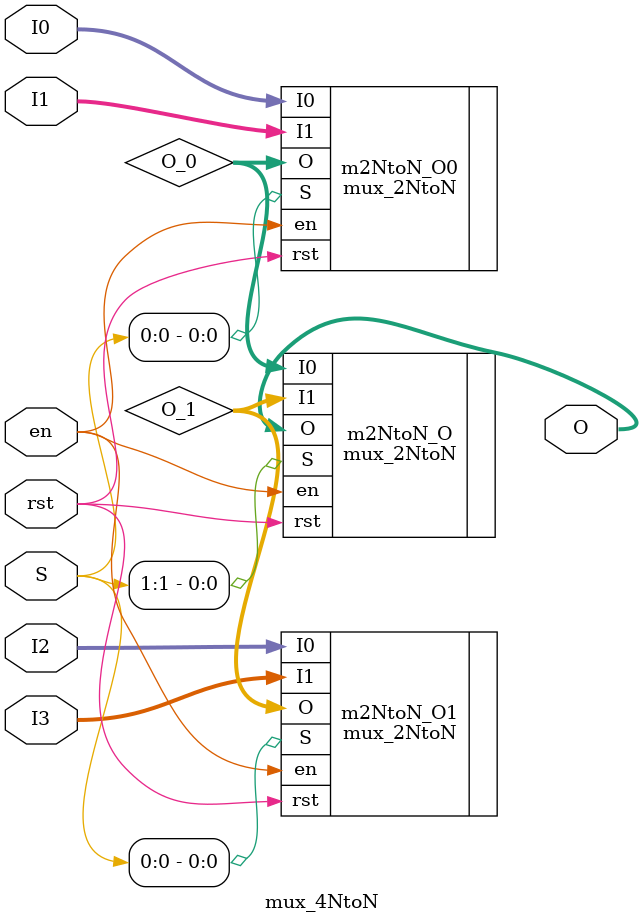
<source format=sv>
/*
MUX 4:1 parametrizable para N bits
Date: 27/08/24
*/
module mux_4NtoN # (parameter N = 24) (
		input  logic [N-1:0] I0,
		input  logic [N-1:0] I1,
		input  logic [N-1:0] I2,
		input  logic [N-1:0] I3,
		
		input  logic   [1:0]  S,
		input  logic 		rst,
		input  logic	 	 en,

		output logic [N-1:0]  O
	);
	
	wire [N-1:0] O_0;
	wire [N-1:0] O_1;

	mux_2NtoN # (.N(N)) m2NtoN_O0 (.I0(I0),
								   .I1(I1),
								   .rst(rst),
								   .S(S[0]),
								   .en(en),
								   .O(O_0));

	mux_2NtoN # (.N(N)) m2NtoN_O1 (.I0(I2),
								   .I1(I3),
								   .rst(rst),
								   .S(S[0]),
							       .en(en),
								   .O(O_1));


	mux_2NtoN # (.N(N)) m2NtoN_O (.I0(O_0),
								  .I1(O_1),
								  .rst(rst),
								  .S(S[1]),
								  .en(en),
								  .O(O));
	
endmodule

</source>
